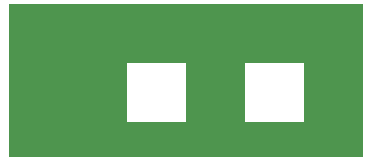
<source format=gbr>
G04 PTK 0.4.2-dev*
%TF.FileFunction,Copper,L1,Top,Signal*%
%MOMM*%
%FSLAX43Y43*%
G75*
G01*
%LPD*%
G04 END OF HEADER*
G36*
X5000Y2000D02*
Y15000D01*
X35000D01*
Y2000D01*
X5000D01*
G37*
%LPC*%
G36*
X15000Y5000D02*
Y10000D01*
X20000D01*
Y5000D01*
X15000D01*
G37*
G36*
X25000Y5000D02*
Y10000D01*
X30000D01*
Y5000D01*
X25000D01*
G37*
M02*

</source>
